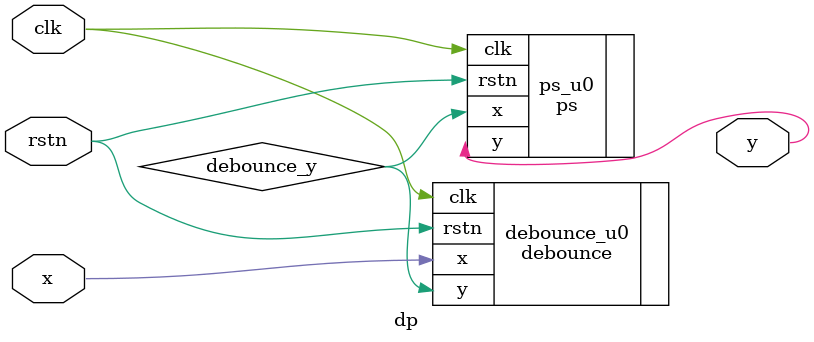
<source format=v>
module dp #(
    parameter WIDTH = 1
) (
    input clk, rstn,
    input [WIDTH-1:0] x, 
    output reg [WIDTH-1:0] y
);
    wire [WIDTH-1:0] debounce_y;
    debounce #(
        .WIDTH(WIDTH)
    )debounce_u0(
        .clk(clk), 
        .rstn(rstn), 
        .x(x), 
        .y(debounce_y)
    );

    ps #(
        .WIDTH(WIDTH)
    )ps_u0(
        .clk(clk), 
        .rstn(rstn), 
        .x(debounce_y), 
        .y(y)
    );





endmodule
</source>
